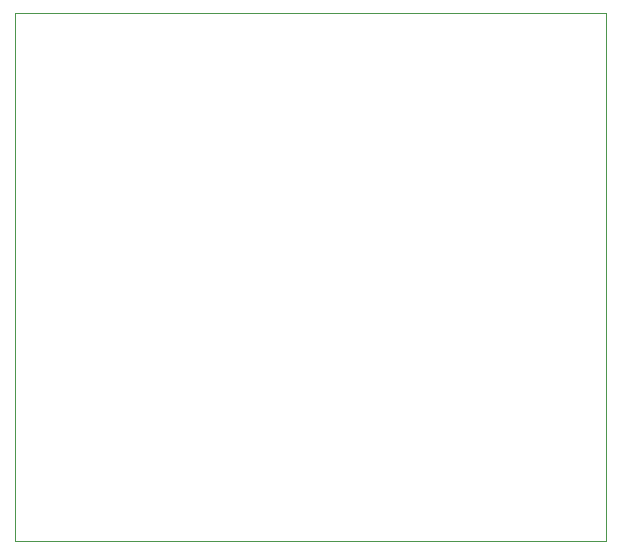
<source format=gbr>
%TF.GenerationSoftware,KiCad,Pcbnew,9.0.6*%
%TF.CreationDate,2025-11-19T17:39:34+05:30*%
%TF.ProjectId,ctd_project,6374645f-7072-46f6-9a65-63742e6b6963,rev?*%
%TF.SameCoordinates,Original*%
%TF.FileFunction,Profile,NP*%
%FSLAX46Y46*%
G04 Gerber Fmt 4.6, Leading zero omitted, Abs format (unit mm)*
G04 Created by KiCad (PCBNEW 9.0.6) date 2025-11-19 17:39:34*
%MOMM*%
%LPD*%
G01*
G04 APERTURE LIST*
%TA.AperFunction,Profile*%
%ADD10C,0.050000*%
%TD*%
G04 APERTURE END LIST*
D10*
X129250000Y-75750000D02*
X179250000Y-75750000D01*
X179250000Y-120500000D01*
X129250000Y-120500000D01*
X129250000Y-75750000D01*
M02*

</source>
